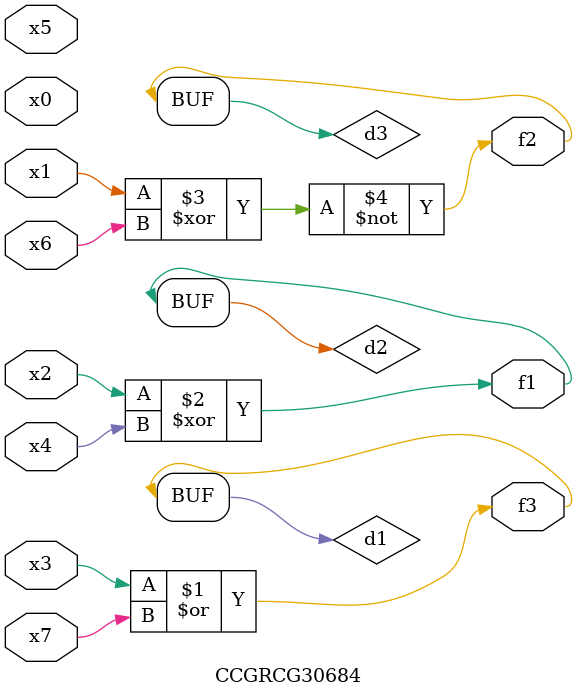
<source format=v>
module CCGRCG30684(
	input x0, x1, x2, x3, x4, x5, x6, x7,
	output f1, f2, f3
);

	wire d1, d2, d3;

	or (d1, x3, x7);
	xor (d2, x2, x4);
	xnor (d3, x1, x6);
	assign f1 = d2;
	assign f2 = d3;
	assign f3 = d1;
endmodule

</source>
